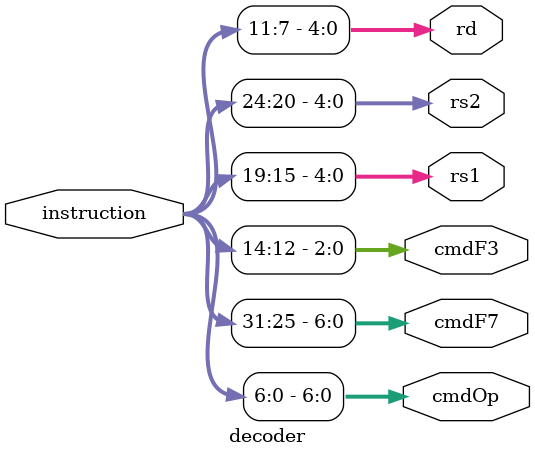
<source format=v>
/* Filename: decoder.v
 * Description: Instruction Decoder module for RISC-V- based CPU design
 * Author: Jonathan Joslin
 * Date: 12/10/2024 
 * Project: RISC-V project v1.0
 * 
 * Copyright (c) 2024, Jonathan Joslin. All rights reserved.
 *
 * This software is provided "as is," without warranty of any kind, express or implied, 
 * including but not limited to the warranties of merchantability, fitness for a particular 
 * purpose, and noninfringement. In no event shall the authors be liable for any claim, 
 * damages, or other liability, whether in an action of contract, tort, or otherwise, arising 
 * from, out of, or in connection with the software or the use or other dealings in the software.
 *
 * Redistribution and use in source and binary forms, with or without modification, are permitted 
 * provided that the following conditions are met:
 * - Redistributions of source code must retain the above copyright notice, this list of conditions, 
 *   and the following disclaimer.
 * - Redistributions in binary form must reproduce the above copyright notice, this list of conditions, 
 *   and the following disclaimer in the documentation and/or other materials provided with the 
 *   distribution.
 */


module decoder(
    input [31:0] instruction,
    output [6:0] cmdOp, cmdF7,
    output [2:0] cmdF3,
    output [4:0] rs1, rs2, rd
);

//---------------------------------------------
// Control
//---------------------------------------------
assign cmdOp    = instruction [6:0];
assign cmdF3    = instruction [14:12];
assign cmdF7    = instruction [31: 25];

//---------------------------------------------
// Read Addresses
//---------------------------------------------
assign rs1      = instruction [19:15];
assign rs2      = instruction [24:20];

//---------------------------------------------
// Destination Address
//---------------------------------------------
assign rd       = instruction [11:7] ; 

endmodule
</source>
